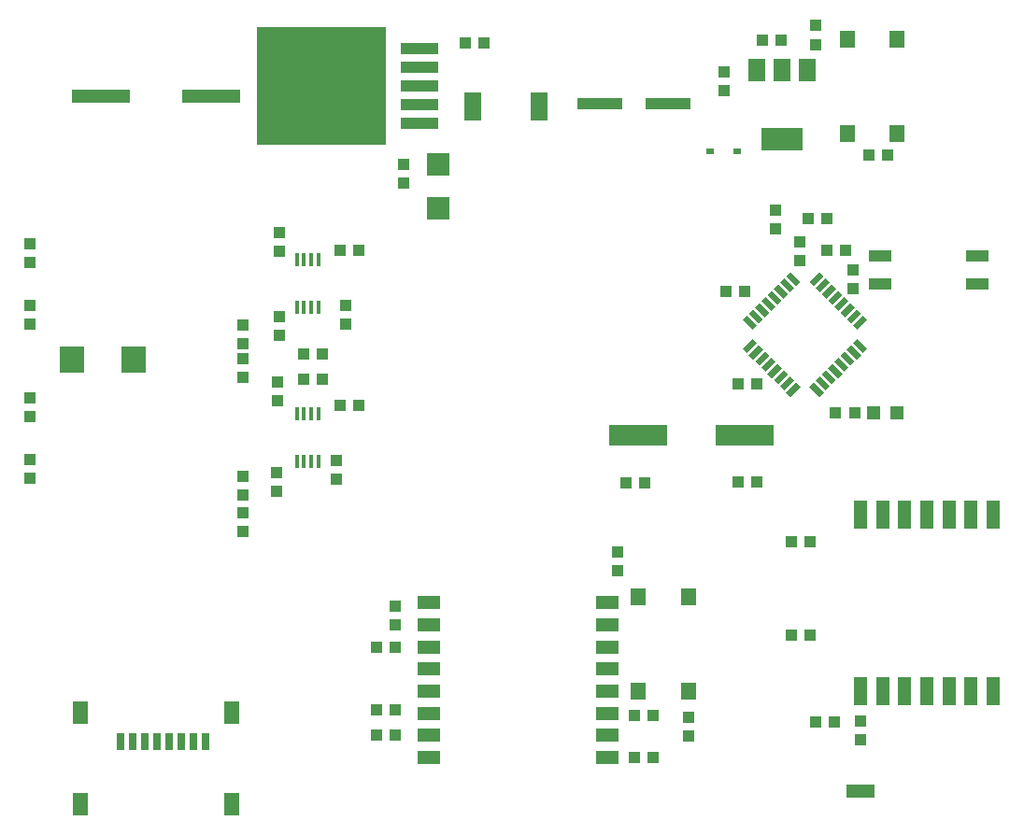
<source format=gtp>
G75*
%MOIN*%
%OFA0B0*%
%FSLAX25Y25*%
%IPPOS*%
%LPD*%
%AMOC8*
5,1,8,0,0,1.08239X$1,22.5*
%
%ADD10R,0.03937X0.04331*%
%ADD11R,0.04724X0.04724*%
%ADD12R,0.21000X0.07600*%
%ADD13R,0.04331X0.03937*%
%ADD14R,0.05000X0.02200*%
%ADD15R,0.02200X0.05000*%
%ADD16R,0.07874X0.04331*%
%ADD17R,0.01575X0.04724*%
%ADD18R,0.07874X0.07874*%
%ADD19R,0.05900X0.07900*%
%ADD20R,0.15000X0.07900*%
%ADD21R,0.13800X0.04100*%
%ADD22R,0.45900X0.42000*%
%ADD23R,0.05906X0.09843*%
%ADD24R,0.05512X0.06299*%
%ADD25R,0.03150X0.02362*%
%ADD26R,0.16000X0.04300*%
%ADD27R,0.07874X0.04724*%
%ADD28R,0.21100X0.04700*%
%ADD29R,0.08900X0.09800*%
%ADD30R,0.05709X0.07874*%
%ADD31R,0.03150X0.05906*%
%ADD32R,0.05000X0.10000*%
%ADD33R,0.10000X0.05000*%
D10*
X0191480Y0098531D03*
X0198173Y0098531D03*
X0198173Y0107531D03*
X0191480Y0107531D03*
X0191480Y0129831D03*
X0198173Y0129831D03*
X0277627Y0157085D03*
X0277627Y0163778D03*
X0339480Y0134031D03*
X0346173Y0134031D03*
X0364227Y0103378D03*
X0364227Y0096685D03*
X0290173Y0105531D03*
X0283480Y0105531D03*
X0155827Y0185485D03*
X0155827Y0192178D03*
X0177027Y0189685D03*
X0177027Y0196378D03*
X0178441Y0216208D03*
X0185134Y0216208D03*
X0156127Y0217685D03*
X0156127Y0224378D03*
X0165480Y0234531D03*
X0172173Y0234531D03*
X0156827Y0241185D03*
X0156827Y0247878D03*
X0180627Y0245185D03*
X0180627Y0251878D03*
X0178480Y0271531D03*
X0185173Y0271531D03*
X0156827Y0271185D03*
X0156827Y0277878D03*
X0201098Y0295542D03*
X0201098Y0302235D03*
X0315327Y0328585D03*
X0315327Y0335278D03*
X0348057Y0344971D03*
X0348057Y0351664D03*
X0367043Y0305500D03*
X0373736Y0305500D03*
X0352072Y0282651D03*
X0345379Y0282651D03*
X0342527Y0274478D03*
X0342527Y0267785D03*
X0361421Y0264378D03*
X0361421Y0257685D03*
X0361988Y0213638D03*
X0355295Y0213638D03*
X0067827Y0212185D03*
X0067827Y0218878D03*
X0067827Y0196878D03*
X0067827Y0190185D03*
X0067827Y0245185D03*
X0067827Y0251878D03*
X0067827Y0267185D03*
X0067827Y0273878D03*
D11*
X0368839Y0213435D03*
X0377106Y0213435D03*
D12*
X0322827Y0205531D03*
X0284827Y0205531D03*
D13*
X0287116Y0188437D03*
X0280423Y0188437D03*
X0320580Y0188672D03*
X0327273Y0188672D03*
X0339480Y0167531D03*
X0346173Y0167531D03*
X0327213Y0223775D03*
X0320520Y0223775D03*
X0322973Y0256731D03*
X0316280Y0256731D03*
X0352056Y0271444D03*
X0358749Y0271444D03*
X0333727Y0279285D03*
X0333727Y0285978D03*
X0229972Y0345338D03*
X0223280Y0345338D03*
X0329280Y0346431D03*
X0335973Y0346431D03*
X0143827Y0244878D03*
X0143827Y0238185D03*
X0143827Y0232878D03*
X0143827Y0226185D03*
X0165480Y0225531D03*
X0172173Y0225531D03*
X0143827Y0190878D03*
X0143827Y0184185D03*
X0143827Y0177878D03*
X0143827Y0171185D03*
X0198027Y0144578D03*
X0198027Y0137885D03*
X0283480Y0090531D03*
X0290173Y0090531D03*
X0302827Y0098185D03*
X0302827Y0104878D03*
X0348080Y0103231D03*
X0354773Y0103231D03*
D14*
G36*
X0342717Y0222775D02*
X0339183Y0219241D01*
X0337627Y0220797D01*
X0341161Y0224331D01*
X0342717Y0222775D01*
G37*
G36*
X0340489Y0225002D02*
X0336955Y0221468D01*
X0335399Y0223024D01*
X0338933Y0226558D01*
X0340489Y0225002D01*
G37*
G36*
X0338262Y0227230D02*
X0334728Y0223696D01*
X0333172Y0225252D01*
X0336706Y0228786D01*
X0338262Y0227230D01*
G37*
G36*
X0336035Y0229457D02*
X0332501Y0225923D01*
X0330945Y0227479D01*
X0334479Y0231013D01*
X0336035Y0229457D01*
G37*
G36*
X0333808Y0231684D02*
X0330274Y0228150D01*
X0328718Y0229706D01*
X0332252Y0233240D01*
X0333808Y0231684D01*
G37*
G36*
X0331581Y0233911D02*
X0328047Y0230377D01*
X0326491Y0231933D01*
X0330025Y0235467D01*
X0331581Y0233911D01*
G37*
G36*
X0329354Y0236138D02*
X0325820Y0232604D01*
X0324264Y0234160D01*
X0327798Y0237694D01*
X0329354Y0236138D01*
G37*
G36*
X0327127Y0238365D02*
X0323593Y0234831D01*
X0322037Y0236387D01*
X0325571Y0239921D01*
X0327127Y0238365D01*
G37*
G36*
X0357708Y0255584D02*
X0354174Y0252050D01*
X0352618Y0253606D01*
X0356152Y0257140D01*
X0357708Y0255584D01*
G37*
G36*
X0359935Y0253357D02*
X0356401Y0249823D01*
X0354845Y0251379D01*
X0358379Y0254913D01*
X0359935Y0253357D01*
G37*
G36*
X0362163Y0251130D02*
X0358629Y0247596D01*
X0357073Y0249152D01*
X0360607Y0252686D01*
X0362163Y0251130D01*
G37*
G36*
X0364390Y0248903D02*
X0360856Y0245369D01*
X0359300Y0246925D01*
X0362834Y0250459D01*
X0364390Y0248903D01*
G37*
G36*
X0366617Y0246676D02*
X0363083Y0243142D01*
X0361527Y0244698D01*
X0365061Y0248232D01*
X0366617Y0246676D01*
G37*
G36*
X0355481Y0257811D02*
X0351947Y0254277D01*
X0350391Y0255833D01*
X0353925Y0259367D01*
X0355481Y0257811D01*
G37*
G36*
X0353254Y0260038D02*
X0349720Y0256504D01*
X0348164Y0258060D01*
X0351698Y0261594D01*
X0353254Y0260038D01*
G37*
G36*
X0351027Y0262265D02*
X0347493Y0258731D01*
X0345937Y0260287D01*
X0349471Y0263821D01*
X0351027Y0262265D01*
G37*
D15*
G36*
X0342717Y0260287D02*
X0341161Y0258731D01*
X0337627Y0262265D01*
X0339183Y0263821D01*
X0342717Y0260287D01*
G37*
G36*
X0340489Y0258060D02*
X0338933Y0256504D01*
X0335399Y0260038D01*
X0336955Y0261594D01*
X0340489Y0258060D01*
G37*
G36*
X0338262Y0255833D02*
X0336706Y0254277D01*
X0333172Y0257811D01*
X0334728Y0259367D01*
X0338262Y0255833D01*
G37*
G36*
X0336035Y0253606D02*
X0334479Y0252050D01*
X0330945Y0255584D01*
X0332501Y0257140D01*
X0336035Y0253606D01*
G37*
G36*
X0333808Y0251379D02*
X0332252Y0249823D01*
X0328718Y0253357D01*
X0330274Y0254913D01*
X0333808Y0251379D01*
G37*
G36*
X0331581Y0249152D02*
X0330025Y0247596D01*
X0326491Y0251130D01*
X0328047Y0252686D01*
X0331581Y0249152D01*
G37*
G36*
X0329354Y0246925D02*
X0327798Y0245369D01*
X0324264Y0248903D01*
X0325820Y0250459D01*
X0329354Y0246925D01*
G37*
G36*
X0327127Y0244698D02*
X0325571Y0243142D01*
X0322037Y0246676D01*
X0323593Y0248232D01*
X0327127Y0244698D01*
G37*
G36*
X0359935Y0229706D02*
X0358379Y0228150D01*
X0354845Y0231684D01*
X0356401Y0233240D01*
X0359935Y0229706D01*
G37*
G36*
X0362163Y0231933D02*
X0360607Y0230377D01*
X0357073Y0233911D01*
X0358629Y0235467D01*
X0362163Y0231933D01*
G37*
G36*
X0364390Y0234160D02*
X0362834Y0232604D01*
X0359300Y0236138D01*
X0360856Y0237694D01*
X0364390Y0234160D01*
G37*
G36*
X0366617Y0236387D02*
X0365061Y0234831D01*
X0361527Y0238365D01*
X0363083Y0239921D01*
X0366617Y0236387D01*
G37*
G36*
X0357708Y0227479D02*
X0356152Y0225923D01*
X0352618Y0229457D01*
X0354174Y0231013D01*
X0357708Y0227479D01*
G37*
G36*
X0355481Y0225252D02*
X0353925Y0223696D01*
X0350391Y0227230D01*
X0351947Y0228786D01*
X0355481Y0225252D01*
G37*
G36*
X0353254Y0223024D02*
X0351698Y0221468D01*
X0348164Y0225002D01*
X0349720Y0226558D01*
X0353254Y0223024D01*
G37*
G36*
X0351027Y0220797D02*
X0349471Y0219241D01*
X0345937Y0222775D01*
X0347493Y0224331D01*
X0351027Y0220797D01*
G37*
D16*
X0371157Y0259531D03*
X0371157Y0269531D03*
X0405921Y0269531D03*
X0405921Y0259531D03*
D17*
X0170665Y0251040D03*
X0168106Y0251040D03*
X0165547Y0251040D03*
X0162988Y0251040D03*
X0162988Y0268022D03*
X0165547Y0268022D03*
X0168106Y0268022D03*
X0170665Y0268022D03*
X0170665Y0213022D03*
X0168106Y0213022D03*
X0165547Y0213022D03*
X0162988Y0213022D03*
X0162988Y0196040D03*
X0165547Y0196040D03*
X0168106Y0196040D03*
X0170665Y0196040D03*
D18*
X0213612Y0286501D03*
X0213612Y0302249D03*
D19*
X0327038Y0335931D03*
X0336038Y0335931D03*
X0345038Y0335931D03*
D20*
X0336138Y0311131D03*
D21*
X0206902Y0316690D03*
X0206902Y0323390D03*
X0206902Y0330090D03*
X0206902Y0336790D03*
X0206902Y0343490D03*
D22*
X0171702Y0330090D03*
D23*
X0225715Y0322884D03*
X0249337Y0322884D03*
D24*
X0359370Y0313295D03*
X0377087Y0313295D03*
X0377087Y0346760D03*
X0359370Y0346760D03*
X0302677Y0147665D03*
X0284961Y0147665D03*
X0284961Y0114201D03*
X0302677Y0114201D03*
D25*
X0310472Y0306901D03*
X0320315Y0306901D03*
D26*
X0295627Y0323931D03*
X0271027Y0323931D03*
D27*
X0273827Y0145657D03*
X0273827Y0137783D03*
X0273827Y0129909D03*
X0273827Y0122035D03*
X0273827Y0114161D03*
X0273827Y0106287D03*
X0273827Y0098413D03*
X0273827Y0090539D03*
X0210047Y0090539D03*
X0210047Y0098413D03*
X0210047Y0106287D03*
X0210047Y0114161D03*
X0210047Y0122035D03*
X0210047Y0129909D03*
X0210047Y0137783D03*
X0210047Y0145657D03*
D28*
X0132427Y0326531D03*
X0093227Y0326531D03*
D29*
X0082927Y0232531D03*
X0104727Y0232531D03*
D30*
X0085693Y0073854D03*
X0139827Y0073854D03*
X0139827Y0106531D03*
X0085693Y0106531D03*
D31*
X0100142Y0096295D03*
X0104472Y0096295D03*
X0108803Y0096295D03*
X0113134Y0096295D03*
X0117465Y0096295D03*
X0121795Y0096295D03*
X0126126Y0096295D03*
X0130457Y0096295D03*
D32*
X0364205Y0114035D03*
X0372079Y0114035D03*
X0379953Y0114035D03*
X0387827Y0114035D03*
X0395701Y0114035D03*
X0403575Y0114035D03*
X0411449Y0114035D03*
X0411449Y0177027D03*
X0403575Y0177027D03*
X0395701Y0177027D03*
X0387827Y0177027D03*
X0379953Y0177027D03*
X0372079Y0177027D03*
X0364205Y0177027D03*
D33*
X0364127Y0078431D03*
M02*

</source>
